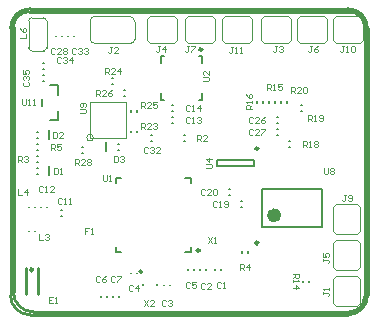
<source format=gto>
G04*
G04 #@! TF.GenerationSoftware,Altium Limited,Altium Designer,21.3.2 (30)*
G04*
G04 Layer_Color=65535*
%FSLAX25Y25*%
%MOIN*%
G70*
G04*
G04 #@! TF.SameCoordinates,A236C9B4-8AE0-4B67-9D85-2998E959901C*
G04*
G04*
G04 #@! TF.FilePolarity,Positive*
G04*
G01*
G75*
%ADD10C,0.01000*%
%ADD11C,0.00400*%
%ADD12C,0.00394*%
%ADD13C,0.00984*%
%ADD14C,0.02362*%
%ADD15C,0.00600*%
%ADD16C,0.00787*%
%ADD17C,0.00300*%
D10*
X7500Y15000D02*
G03*
X7500Y15000I-500J0D01*
G01*
X6000Y101000D02*
G03*
X1000Y96000I0J-5000D01*
G01*
X118000D02*
G03*
X113000Y101000I-5000J0D01*
G01*
Y1000D02*
G03*
X118000Y6000I0J5000D01*
G01*
X1000Y7450D02*
G03*
X7450Y1000I6449J0D01*
G01*
X5000Y7000D02*
Y15500D01*
X9000Y7000D02*
Y15500D01*
X6000Y101000D02*
X113000D01*
X1000Y7450D02*
Y96000D01*
X118000Y11373D02*
Y96000D01*
Y6000D02*
Y11373D01*
X7450Y1000D02*
X113000D01*
X6449Y102000D02*
G03*
X0Y95551I0J-6449D01*
G01*
X119000D02*
G03*
X112550Y102000I-6449J0D01*
G01*
Y0D02*
G03*
X119000Y6449I0J6449D01*
G01*
X0D02*
G03*
X6449Y0I6449J0D01*
G01*
X112550D01*
X119000Y6449D02*
Y95551D01*
X6449Y102000D02*
X112550D01*
X0Y6449D02*
Y95551D01*
D11*
X27661Y59016D02*
G03*
X27661Y59016I-1118J0D01*
G01*
X26543D02*
X38543D01*
X26543Y71016D02*
X38543D01*
X26543Y59016D02*
Y71016D01*
X38543Y59016D02*
Y71016D01*
D12*
X26500Y92000D02*
G03*
X28000Y90500I1500J0D01*
G01*
X28207Y99500D02*
G03*
X26500Y97793I0J-1707D01*
G01*
X40000Y90500D02*
G03*
X41500Y92000I0J1500D01*
G01*
Y97500D02*
G03*
X39500Y99500I-2000J0D01*
G01*
X11000Y88000D02*
G03*
X12000Y89000I0J1000D01*
G01*
X6000D02*
G03*
X7000Y88000I1000J0D01*
G01*
Y99000D02*
G03*
X6000Y98000I0J-1000D01*
G01*
X12000D02*
G03*
X11000Y99000I-1000J0D01*
G01*
X108500Y3000D02*
X115500D01*
X107500Y4000D02*
X108500Y3000D01*
X107500Y4000D02*
Y12000D01*
X108500Y13000D01*
X115500D01*
X116500Y12000D01*
Y4000D02*
Y12000D01*
X115500Y3000D02*
X116500Y4000D01*
X108500Y37000D02*
X115500D01*
X116500Y36000D01*
Y28000D02*
Y36000D01*
X115500Y27000D02*
X116500Y28000D01*
X108500Y27000D02*
X115500D01*
X107500Y28000D02*
X108500Y27000D01*
X107500Y28000D02*
Y36000D01*
X108500Y37000D01*
X107500Y91500D02*
Y98500D01*
X108500Y99500D01*
X116500D01*
X117500Y98500D01*
Y91500D02*
Y98500D01*
X116500Y90500D02*
X117500Y91500D01*
X108500Y90500D02*
X116500D01*
X107500Y91500D02*
X108500Y90500D01*
X95500Y91500D02*
Y98500D01*
X96500Y99500D01*
X104500D01*
X105500Y98500D01*
Y91500D02*
Y98500D01*
X104500Y90500D02*
X105500Y91500D01*
X96500Y90500D02*
X104500D01*
X95500Y91500D02*
X96500Y90500D01*
X93500Y91500D02*
Y98500D01*
X92500Y90500D02*
X93500Y91500D01*
X84500Y90500D02*
X92500D01*
X83500Y91500D02*
X84500Y90500D01*
X83500Y91500D02*
Y98500D01*
X84500Y99500D01*
X92500D01*
X93500Y98500D01*
X70500Y91500D02*
Y98500D01*
X71500Y99500D01*
X79500D01*
X80500Y98500D01*
Y91500D02*
Y98500D01*
X79500Y90500D02*
X80500Y91500D01*
X71500Y90500D02*
X79500D01*
X70500Y91500D02*
X71500Y90500D01*
X58000Y91500D02*
Y98500D01*
X59000Y99500D01*
X67000D01*
X68000Y98500D01*
Y91500D02*
Y98500D01*
X67000Y90500D02*
X68000Y91500D01*
X59000Y90500D02*
X67000D01*
X58000Y91500D02*
X59000Y90500D01*
X28207Y99500D02*
X39500D01*
X26500Y93500D02*
Y96500D01*
X28000Y90500D02*
X40000D01*
X26500Y92000D02*
Y93500D01*
Y96500D02*
Y97793D01*
X41500Y92000D02*
Y97500D01*
X7000Y88000D02*
X11000D01*
X6000Y89000D02*
Y98000D01*
X7000Y99000D02*
X11000D01*
X12000Y97500D02*
Y98000D01*
Y89000D02*
Y97500D01*
X108500Y25000D02*
X115500D01*
X116500Y24000D01*
Y16000D02*
Y24000D01*
X115500Y15000D02*
X116500Y16000D01*
X108500Y15000D02*
X115500D01*
X107500Y16000D02*
X108500Y15000D01*
X107500Y16000D02*
Y24000D01*
X108500Y25000D01*
X54500Y99500D02*
X55500Y98500D01*
X46500Y99500D02*
X54500D01*
X45500Y98500D02*
X46500Y99500D01*
X45500Y91500D02*
Y98500D01*
Y91500D02*
X46500Y90500D01*
X54500D01*
X55500Y91500D01*
Y98500D01*
D13*
X63890Y88449D02*
G03*
X63890Y88449I-492J0D01*
G01*
X63067Y21402D02*
G03*
X63067Y21402I-492J0D01*
G01*
X82579Y55449D02*
G03*
X82579Y55449I-492J0D01*
G01*
X82638Y24000D02*
G03*
X82638Y24000I-492J0D01*
G01*
D14*
X89035Y33154D02*
G03*
X89035Y33154I-1181J0D01*
G01*
D15*
X43982Y14362D02*
G03*
X43982Y14362I-557J0D01*
G01*
X33781Y79000D02*
X34282D01*
X33781Y77000D02*
X34282D01*
X37718Y73000D02*
X38219D01*
X37718Y75000D02*
X38219D01*
X42000Y67718D02*
Y68218D01*
X40000Y67718D02*
Y68218D01*
X42000Y60782D02*
Y61282D01*
X40000Y60782D02*
Y61282D01*
X35713Y56984D02*
X36028D01*
X35713Y55016D02*
X36028D01*
X31933Y54425D02*
Y57575D01*
X21000Y92890D02*
Y93047D01*
X19000Y92890D02*
Y93047D01*
X17000Y92890D02*
Y93047D01*
X15000Y92890D02*
Y93047D01*
X23781Y56000D02*
X24282D01*
X23781Y54000D02*
X24282D01*
X8719Y53000D02*
X9218D01*
X8719Y51000D02*
X9218D01*
X46890Y58000D02*
X47047D01*
X46890Y60000D02*
X47047D01*
X10890Y82000D02*
X11047D01*
X10890Y84000D02*
X11047D01*
X72921Y42000D02*
X73079D01*
X72921Y40000D02*
X73079D01*
X76921Y36000D02*
X77079D01*
X76921Y38000D02*
X77079D01*
X88953Y62000D02*
X89110D01*
X88953Y60000D02*
X89110D01*
X88953Y66000D02*
X89110D01*
X88953Y64000D02*
X89110D01*
X10890Y80000D02*
X11047D01*
X10890Y78000D02*
X11047D01*
X53953Y64000D02*
X54110D01*
X53953Y66000D02*
X54110D01*
X53953Y68000D02*
X54110D01*
X53953Y70000D02*
X54110D01*
X79000Y20750D02*
Y21250D01*
X77000Y20750D02*
Y21250D01*
X57718Y58000D02*
X58218D01*
X57718Y60000D02*
X58218D01*
X84000Y70718D02*
Y71219D01*
X82000Y70718D02*
Y71219D01*
X88000Y70718D02*
Y71219D01*
X86000Y70718D02*
Y71219D01*
X92000Y70718D02*
Y71219D01*
X90000Y70718D02*
Y71219D01*
X92782Y56000D02*
X93282D01*
X92782Y58000D02*
X93282D01*
X96719Y68000D02*
X97219D01*
X96719Y70000D02*
X97219D01*
X99500Y10781D02*
Y11282D01*
X97500Y10781D02*
Y11282D01*
X12807Y46425D02*
Y49575D01*
X8713Y48984D02*
X9028D01*
X8713Y47016D02*
X9028D01*
X8782Y55000D02*
X9281D01*
X8782Y57000D02*
X9281D01*
X12807Y58425D02*
Y61575D01*
X8713Y60984D02*
X9028D01*
X8713Y59016D02*
X9028D01*
X30000Y5953D02*
Y6110D01*
X32000Y5953D02*
Y6110D01*
X59000Y14953D02*
Y15110D01*
X61000Y14953D02*
Y15110D01*
X70000Y14953D02*
Y15110D01*
X68000Y14953D02*
Y15110D01*
X65000Y14953D02*
Y15110D01*
X63000Y14953D02*
Y15110D01*
X34000Y5953D02*
Y6110D01*
X36000Y5953D02*
Y6110D01*
X53000Y9890D02*
Y10047D01*
X51000Y9890D02*
Y10047D01*
X48937Y9835D02*
Y10228D01*
X44213Y9835D02*
Y10228D01*
X42000Y13890D02*
Y14047D01*
X40000Y13890D02*
Y14047D01*
X8000Y27890D02*
Y28047D01*
X6000Y27890D02*
Y28047D01*
X8000Y35890D02*
Y36047D01*
X6000Y35890D02*
Y36047D01*
X16890Y35000D02*
X17047D01*
X16890Y33000D02*
X17047D01*
X12000Y35890D02*
Y36047D01*
X10000Y35890D02*
Y36047D01*
D16*
X62906Y86283D02*
X63693D01*
Y84020D02*
Y86283D01*
Y71716D02*
Y73980D01*
X62906Y71716D02*
X63693D01*
X50307D02*
Y73980D01*
Y71716D02*
X51095D01*
X50307Y84020D02*
Y86283D01*
X51095D01*
X13035Y76724D02*
X15890D01*
Y64756D02*
Y68083D01*
Y73398D02*
Y76724D01*
X13035Y64756D02*
X15890D01*
X10378Y69657D02*
Y71823D01*
X58244Y45614D02*
X60016D01*
Y43843D02*
Y45614D01*
X58244Y20811D02*
X60016D01*
Y22583D01*
X35213Y45614D02*
X36984D01*
X35213Y43843D02*
Y45614D01*
Y20811D02*
Y22583D01*
Y20811D02*
X36984D01*
X68898Y49740D02*
X81102D01*
X68898Y51709D02*
X81102D01*
X68898Y49740D02*
Y51709D01*
X81102Y49740D02*
Y51709D01*
X83917Y29217D02*
X103996D01*
X83917Y41815D02*
X103996D01*
X83917Y29217D02*
Y41815D01*
X103996Y29217D02*
Y41815D01*
D17*
X2334Y51000D02*
Y53000D01*
X3334D01*
X3667Y52666D01*
Y52000D01*
X3334Y51667D01*
X2334D01*
X3000D02*
X3667Y51000D01*
X4333Y52666D02*
X4667Y53000D01*
X5333D01*
X5666Y52666D01*
Y52333D01*
X5333Y52000D01*
X5000D01*
X5333D01*
X5666Y51667D01*
Y51334D01*
X5333Y51000D01*
X4667D01*
X4333Y51334D01*
X26000Y29000D02*
X24667D01*
Y28000D01*
X25333D01*
X24667D01*
Y27000D01*
X26666D02*
X27333D01*
X27000D01*
Y29000D01*
X26666Y28666D01*
X3000Y92334D02*
X5000D01*
Y93667D01*
X3000Y95666D02*
X3334Y95000D01*
X4000Y94333D01*
X4666D01*
X5000Y94666D01*
Y95333D01*
X4666Y95666D01*
X4333D01*
X4000Y95333D01*
Y94333D01*
X16667Y85667D02*
X16334Y86000D01*
X15667D01*
X15334Y85667D01*
Y84334D01*
X15667Y84000D01*
X16334D01*
X16667Y84334D01*
X17334Y85667D02*
X17667Y86000D01*
X18333D01*
X18666Y85667D01*
Y85333D01*
X18333Y85000D01*
X18000D01*
X18333D01*
X18666Y84667D01*
Y84334D01*
X18333Y84000D01*
X17667D01*
X17334Y84334D01*
X20333Y84000D02*
Y86000D01*
X19333Y85000D01*
X20666D01*
X34334Y53000D02*
Y51000D01*
X35334D01*
X35667Y51334D01*
Y52666D01*
X35334Y53000D01*
X34334D01*
X36333Y52666D02*
X36667Y53000D01*
X37333D01*
X37666Y52666D01*
Y52333D01*
X37333Y52000D01*
X37000D01*
X37333D01*
X37666Y51667D01*
Y51334D01*
X37333Y51000D01*
X36667D01*
X36333Y51334D01*
X33667Y89400D02*
X33000D01*
X33334D01*
Y87734D01*
X33000Y87400D01*
X32667D01*
X32334Y87734D01*
X35666Y87400D02*
X34333D01*
X35666Y88733D01*
Y89066D01*
X35333Y89400D01*
X34666D01*
X34333Y89066D01*
X3834Y72000D02*
Y70334D01*
X4167Y70000D01*
X4834D01*
X5167Y70334D01*
Y72000D01*
X5833Y70000D02*
X6500D01*
X6167D01*
Y72000D01*
X5833Y71667D01*
X7500Y70000D02*
X8166D01*
X7833D01*
Y72000D01*
X7500Y71667D01*
X21397Y50000D02*
Y52000D01*
X22397D01*
X22730Y51666D01*
Y51000D01*
X22397Y50667D01*
X21397D01*
X22064D02*
X22730Y50000D01*
X24729D02*
X23396D01*
X24729Y51333D01*
Y51666D01*
X24396Y52000D01*
X23730D01*
X23396Y51666D01*
X25396D02*
X25729Y52000D01*
X26396D01*
X26729Y51666D01*
Y51333D01*
X26396Y51000D01*
X26729Y50667D01*
Y50334D01*
X26396Y50000D01*
X25729D01*
X25396Y50334D01*
Y50667D01*
X25729Y51000D01*
X25396Y51333D01*
Y51666D01*
X25729Y51000D02*
X26396D01*
X28334Y73000D02*
Y75000D01*
X29334D01*
X29667Y74667D01*
Y74000D01*
X29334Y73667D01*
X28334D01*
X29001D02*
X29667Y73000D01*
X31666D02*
X30334D01*
X31666Y74333D01*
Y74667D01*
X31333Y75000D01*
X30667D01*
X30334Y74667D01*
X33666Y75000D02*
X32999Y74667D01*
X32333Y74000D01*
Y73334D01*
X32666Y73000D01*
X33333D01*
X33666Y73334D01*
Y73667D01*
X33333Y74000D01*
X32333D01*
X43334Y69000D02*
Y71000D01*
X44334D01*
X44667Y70666D01*
Y70000D01*
X44334Y69667D01*
X43334D01*
X44001D02*
X44667Y69000D01*
X46666D02*
X45334D01*
X46666Y70333D01*
Y70666D01*
X46333Y71000D01*
X45667D01*
X45334Y70666D01*
X48666Y71000D02*
X47333D01*
Y70000D01*
X47999Y70333D01*
X48333D01*
X48666Y70000D01*
Y69334D01*
X48333Y69000D01*
X47666D01*
X47333Y69334D01*
X31334Y80300D02*
Y82300D01*
X32334D01*
X32667Y81967D01*
Y81300D01*
X32334Y80967D01*
X31334D01*
X32001D02*
X32667Y80300D01*
X34666D02*
X33334D01*
X34666Y81633D01*
Y81967D01*
X34333Y82300D01*
X33667D01*
X33334Y81967D01*
X36333Y80300D02*
Y82300D01*
X35333Y81300D01*
X36666D01*
X43334Y62000D02*
Y64000D01*
X44334D01*
X44667Y63666D01*
Y63000D01*
X44334Y62667D01*
X43334D01*
X44001D02*
X44667Y62000D01*
X46666D02*
X45334D01*
X46666Y63333D01*
Y63666D01*
X46333Y64000D01*
X45667D01*
X45334Y63666D01*
X47333D02*
X47666Y64000D01*
X48333D01*
X48666Y63666D01*
Y63333D01*
X48333Y63000D01*
X47999D01*
X48333D01*
X48666Y62667D01*
Y62334D01*
X48333Y62000D01*
X47666D01*
X47333Y62334D01*
X74067Y89400D02*
X73400D01*
X73734D01*
Y87734D01*
X73400Y87400D01*
X73067D01*
X72734Y87734D01*
X74733Y87400D02*
X75400D01*
X75067D01*
Y89400D01*
X74733Y89066D01*
X76399Y87400D02*
X77066D01*
X76733D01*
Y89400D01*
X76399Y89066D01*
X111134Y89500D02*
X110467D01*
X110801D01*
Y87834D01*
X110467Y87500D01*
X110134D01*
X109801Y87834D01*
X111800Y87500D02*
X112467D01*
X112133D01*
Y89500D01*
X111800Y89166D01*
X113466D02*
X113800Y89500D01*
X114466D01*
X114799Y89166D01*
Y87834D01*
X114466Y87500D01*
X113800D01*
X113466Y87834D01*
Y89166D01*
X111667Y40000D02*
X111000D01*
X111334D01*
Y38334D01*
X111000Y38000D01*
X110667D01*
X110334Y38334D01*
X112333D02*
X112666Y38000D01*
X113333D01*
X113666Y38334D01*
Y39667D01*
X113333Y40000D01*
X112666D01*
X112333Y39667D01*
Y39333D01*
X112666Y39000D01*
X113666D01*
X59567Y89500D02*
X58900D01*
X59234D01*
Y87834D01*
X58900Y87500D01*
X58567D01*
X58234Y87834D01*
X60233Y89500D02*
X61566D01*
Y89166D01*
X60233Y87834D01*
Y87500D01*
X100467Y89500D02*
X99800D01*
X100134D01*
Y87834D01*
X99800Y87500D01*
X99467D01*
X99134Y87834D01*
X102466Y89500D02*
X101800Y89166D01*
X101133Y88500D01*
Y87834D01*
X101467Y87500D01*
X102133D01*
X102466Y87834D01*
Y88167D01*
X102133Y88500D01*
X101133D01*
X104000Y18667D02*
Y18000D01*
Y18334D01*
X105666D01*
X106000Y18000D01*
Y17667D01*
X105666Y17334D01*
X104000Y20666D02*
Y19333D01*
X105000D01*
X104667Y20000D01*
Y20333D01*
X105000Y20666D01*
X105666D01*
X106000Y20333D01*
Y19667D01*
X105666Y19333D01*
X88667Y89500D02*
X88000D01*
X88334D01*
Y87834D01*
X88000Y87500D01*
X87667D01*
X87334Y87834D01*
X89333Y89166D02*
X89666Y89500D01*
X90333D01*
X90666Y89166D01*
Y88833D01*
X90333Y88500D01*
X90000D01*
X90333D01*
X90666Y88167D01*
Y87834D01*
X90333Y87500D01*
X89666D01*
X89333Y87834D01*
X21667Y88666D02*
X21334Y89000D01*
X20667D01*
X20334Y88666D01*
Y87334D01*
X20667Y87000D01*
X21334D01*
X21667Y87334D01*
X22333Y88666D02*
X22667Y89000D01*
X23333D01*
X23666Y88666D01*
Y88333D01*
X23333Y88000D01*
X23000D01*
X23333D01*
X23666Y87667D01*
Y87334D01*
X23333Y87000D01*
X22667D01*
X22333Y87334D01*
X24333Y88666D02*
X24666Y89000D01*
X25333D01*
X25666Y88666D01*
Y88333D01*
X25333Y88000D01*
X24999D01*
X25333D01*
X25666Y87667D01*
Y87334D01*
X25333Y87000D01*
X24666D01*
X24333Y87334D01*
X14667Y88666D02*
X14334Y89000D01*
X13667D01*
X13334Y88666D01*
Y87334D01*
X13667Y87000D01*
X14334D01*
X14667Y87334D01*
X16667Y87000D02*
X15334D01*
X16667Y88333D01*
Y88666D01*
X16333Y89000D01*
X15667D01*
X15334Y88666D01*
X17333D02*
X17666Y89000D01*
X18333D01*
X18666Y88666D01*
Y88333D01*
X18333Y88000D01*
X18666Y87667D01*
Y87334D01*
X18333Y87000D01*
X17666D01*
X17333Y87334D01*
Y87667D01*
X17666Y88000D01*
X17333Y88333D01*
Y88666D01*
X17666Y88000D02*
X18333D01*
X49667Y89500D02*
X49000D01*
X49334D01*
Y87834D01*
X49000Y87500D01*
X48667D01*
X48334Y87834D01*
X51333Y87500D02*
Y89500D01*
X50333Y88500D01*
X51666D01*
X93334Y74000D02*
Y76000D01*
X94334D01*
X94667Y75666D01*
Y75000D01*
X94334Y74667D01*
X93334D01*
X94001D02*
X94667Y74000D01*
X96666D02*
X95334D01*
X96666Y75333D01*
Y75666D01*
X96333Y76000D01*
X95667D01*
X95334Y75666D01*
X97333D02*
X97666Y76000D01*
X98333D01*
X98666Y75666D01*
Y74334D01*
X98333Y74000D01*
X97666D01*
X97333Y74334D01*
Y75666D01*
X99001Y64700D02*
Y66700D01*
X100001D01*
X100334Y66366D01*
Y65700D01*
X100001Y65367D01*
X99001D01*
X99667D02*
X100334Y64700D01*
X101000D02*
X101667D01*
X101333D01*
Y66700D01*
X101000Y66366D01*
X102666Y65034D02*
X102999Y64700D01*
X103666D01*
X103999Y65034D01*
Y66366D01*
X103666Y66700D01*
X102999D01*
X102666Y66366D01*
Y66033D01*
X102999Y65700D01*
X103999D01*
X97501Y56000D02*
Y58000D01*
X98501D01*
X98834Y57666D01*
Y57000D01*
X98501Y56667D01*
X97501D01*
X98167D02*
X98834Y56000D01*
X99500D02*
X100167D01*
X99833D01*
Y58000D01*
X99500Y57666D01*
X101166D02*
X101499Y58000D01*
X102166D01*
X102499Y57666D01*
Y57333D01*
X102166Y57000D01*
X102499Y56667D01*
Y56334D01*
X102166Y56000D01*
X101499D01*
X101166Y56334D01*
Y56667D01*
X101499Y57000D01*
X101166Y57333D01*
Y57666D01*
X101499Y57000D02*
X102166D01*
X80400Y68501D02*
X78400D01*
Y69500D01*
X78733Y69834D01*
X79400D01*
X79733Y69500D01*
Y68501D01*
Y69167D02*
X80400Y69834D01*
Y70500D02*
Y71167D01*
Y70833D01*
X78400D01*
X78733Y70500D01*
X78400Y73499D02*
X78733Y72833D01*
X79400Y72166D01*
X80066D01*
X80400Y72500D01*
Y73166D01*
X80066Y73499D01*
X79733D01*
X79400Y73166D01*
Y72166D01*
X23000Y67334D02*
X24666D01*
X25000Y67667D01*
Y68334D01*
X24666Y68667D01*
X23000D01*
X24666Y69333D02*
X25000Y69666D01*
Y70333D01*
X24666Y70666D01*
X23334D01*
X23000Y70333D01*
Y69666D01*
X23334Y69333D01*
X23667D01*
X24000Y69666D01*
Y70666D01*
X76334Y15000D02*
Y17000D01*
X77334D01*
X77667Y16667D01*
Y16000D01*
X77334Y15667D01*
X76334D01*
X77000D02*
X77667Y15000D01*
X79333D02*
Y17000D01*
X78333Y16000D01*
X79666D01*
X62271Y58000D02*
Y60000D01*
X63271D01*
X63604Y59667D01*
Y59000D01*
X63271Y58667D01*
X62271D01*
X62937D02*
X63604Y58000D01*
X65603D02*
X64270D01*
X65603Y59333D01*
Y59667D01*
X65270Y60000D01*
X64604D01*
X64270Y59667D01*
X4333Y77667D02*
X4000Y77334D01*
Y76667D01*
X4333Y76334D01*
X5666D01*
X6000Y76667D01*
Y77334D01*
X5666Y77667D01*
X4333Y78334D02*
X4000Y78667D01*
Y79333D01*
X4333Y79666D01*
X4667D01*
X5000Y79333D01*
Y79000D01*
Y79333D01*
X5333Y79666D01*
X5666D01*
X6000Y79333D01*
Y78667D01*
X5666Y78334D01*
X4000Y81666D02*
Y80333D01*
X5000D01*
X4667Y80999D01*
Y81333D01*
X5000Y81666D01*
X5666D01*
X6000Y81333D01*
Y80666D01*
X5666Y80333D01*
X59834Y69666D02*
X59500Y70000D01*
X58834D01*
X58501Y69666D01*
Y68334D01*
X58834Y68000D01*
X59500D01*
X59834Y68334D01*
X60500Y68000D02*
X61167D01*
X60833D01*
Y70000D01*
X60500Y69666D01*
X63166Y68000D02*
Y70000D01*
X62166Y69000D01*
X63499D01*
X45667Y55667D02*
X45334Y56000D01*
X44667D01*
X44334Y55667D01*
Y54334D01*
X44667Y54000D01*
X45334D01*
X45667Y54334D01*
X46334Y55667D02*
X46667Y56000D01*
X47333D01*
X47666Y55667D01*
Y55333D01*
X47333Y55000D01*
X47000D01*
X47333D01*
X47666Y54667D01*
Y54334D01*
X47333Y54000D01*
X46667D01*
X46334Y54334D01*
X49666Y54000D02*
X48333D01*
X49666Y55333D01*
Y55667D01*
X49333Y56000D01*
X48666D01*
X48333Y55667D01*
X59834Y65667D02*
X59500Y66000D01*
X58834D01*
X58501Y65667D01*
Y64334D01*
X58834Y64000D01*
X59500D01*
X59834Y64334D01*
X60500Y64000D02*
X61167D01*
X60833D01*
Y66000D01*
X60500Y65667D01*
X62166D02*
X62499Y66000D01*
X63166D01*
X63499Y65667D01*
Y65333D01*
X63166Y65000D01*
X62833D01*
X63166D01*
X63499Y64667D01*
Y64334D01*
X63166Y64000D01*
X62499D01*
X62166Y64334D01*
X85501Y75000D02*
Y77000D01*
X86501D01*
X86834Y76666D01*
Y76000D01*
X86501Y75667D01*
X85501D01*
X86167D02*
X86834Y75000D01*
X87500D02*
X88167D01*
X87833D01*
Y77000D01*
X87500Y76666D01*
X90499Y77000D02*
X89166D01*
Y76000D01*
X89833Y76333D01*
X90166D01*
X90499Y76000D01*
Y75334D01*
X90166Y75000D01*
X89499D01*
X89166Y75334D01*
X65000Y49058D02*
X66666D01*
X67000Y49391D01*
Y50058D01*
X66666Y50391D01*
X65000D01*
X67000Y52057D02*
X65000D01*
X66000Y51058D01*
Y52390D01*
X104334Y49000D02*
Y47334D01*
X104667Y47000D01*
X105334D01*
X105667Y47334D01*
Y49000D01*
X106333Y48667D02*
X106667Y49000D01*
X107333D01*
X107666Y48667D01*
Y48333D01*
X107333Y48000D01*
X107666Y47667D01*
Y47334D01*
X107333Y47000D01*
X106667D01*
X106333Y47334D01*
Y47667D01*
X106667Y48000D01*
X106333Y48333D01*
Y48667D01*
X106667Y48000D02*
X107333D01*
X80667Y61667D02*
X80334Y62000D01*
X79667D01*
X79334Y61667D01*
Y60334D01*
X79667Y60000D01*
X80334D01*
X80667Y60334D01*
X82666Y60000D02*
X81334D01*
X82666Y61333D01*
Y61667D01*
X82333Y62000D01*
X81667D01*
X81334Y61667D01*
X83333Y62000D02*
X84666D01*
Y61667D01*
X83333Y60334D01*
Y60000D01*
X80699Y65667D02*
X80365Y66000D01*
X79699D01*
X79366Y65667D01*
Y64334D01*
X79699Y64000D01*
X80365D01*
X80699Y64334D01*
X82698Y64000D02*
X81365D01*
X82698Y65333D01*
Y65667D01*
X82365Y66000D01*
X81698D01*
X81365Y65667D01*
X84697Y66000D02*
X84031Y65667D01*
X83364Y65000D01*
Y64334D01*
X83698Y64000D01*
X84364D01*
X84697Y64334D01*
Y64667D01*
X84364Y65000D01*
X83364D01*
X64667Y41666D02*
X64334Y42000D01*
X63667D01*
X63334Y41666D01*
Y40334D01*
X63667Y40000D01*
X64334D01*
X64667Y40334D01*
X66666Y40000D02*
X65334D01*
X66666Y41333D01*
Y41666D01*
X66333Y42000D01*
X65667D01*
X65334Y41666D01*
X67333D02*
X67666Y42000D01*
X68333D01*
X68666Y41666D01*
Y40334D01*
X68333Y40000D01*
X67666D01*
X67333Y40334D01*
Y41666D01*
X68865Y37666D02*
X68532Y38000D01*
X67866D01*
X67532Y37666D01*
Y36334D01*
X67866Y36000D01*
X68532D01*
X68865Y36334D01*
X69532Y36000D02*
X70198D01*
X69865D01*
Y38000D01*
X69532Y37666D01*
X71198Y36334D02*
X71531Y36000D01*
X72198D01*
X72531Y36334D01*
Y37666D01*
X72198Y38000D01*
X71531D01*
X71198Y37666D01*
Y37333D01*
X71531Y37000D01*
X72531D01*
X13334Y55000D02*
Y57000D01*
X14334D01*
X14667Y56666D01*
Y56000D01*
X14334Y55667D01*
X13334D01*
X14000D02*
X14667Y55000D01*
X16666Y57000D02*
X15333D01*
Y56000D01*
X16000Y56333D01*
X16333D01*
X16666Y56000D01*
Y55334D01*
X16333Y55000D01*
X15666D01*
X15333Y55334D01*
X14106Y61000D02*
Y59000D01*
X15105D01*
X15438Y59334D01*
Y60667D01*
X15105Y61000D01*
X14106D01*
X17438Y59000D02*
X16105D01*
X17438Y60333D01*
Y60667D01*
X17105Y61000D01*
X16438D01*
X16105Y60667D01*
X14407Y49000D02*
Y47000D01*
X15407D01*
X15740Y47334D01*
Y48667D01*
X15407Y49000D01*
X14407D01*
X16407Y47000D02*
X17073D01*
X16740D01*
Y49000D01*
X16407Y48667D01*
X65667Y26000D02*
X67000Y24000D01*
Y26000D02*
X65667Y24000D01*
X67666D02*
X68333D01*
X68000D01*
Y26000D01*
X67666Y25666D01*
X44334Y5000D02*
X45667Y3000D01*
Y5000D02*
X44334Y3000D01*
X47666D02*
X46333D01*
X47666Y4333D01*
Y4667D01*
X47333Y5000D01*
X46666D01*
X46333Y4667D01*
X64000Y77846D02*
X65666D01*
X66000Y78179D01*
Y78845D01*
X65666Y79179D01*
X64000D01*
X66000Y81178D02*
Y79845D01*
X64667Y81178D01*
X64333D01*
X64000Y80845D01*
Y80178D01*
X64333Y79845D01*
X30667Y46701D02*
Y45034D01*
X31000Y44701D01*
X31667D01*
X32000Y45034D01*
Y46701D01*
X32666Y44701D02*
X33333D01*
X33000D01*
Y46701D01*
X32666Y46367D01*
X94000Y13499D02*
X96000D01*
Y12500D01*
X95666Y12166D01*
X95000D01*
X94667Y12500D01*
Y13499D01*
Y12833D02*
X94000Y12166D01*
Y11500D02*
Y10833D01*
Y11167D01*
X96000D01*
X95666Y11500D01*
X94000Y8834D02*
X96000D01*
X95000Y9834D01*
Y8501D01*
X2334Y42000D02*
Y40000D01*
X3667D01*
X5333D02*
Y42000D01*
X4333Y41000D01*
X5666D01*
X9334Y27000D02*
Y25000D01*
X10667D01*
X11333Y26667D02*
X11666Y27000D01*
X12333D01*
X12666Y26667D01*
Y26333D01*
X12333Y26000D01*
X12000D01*
X12333D01*
X12666Y25667D01*
Y25334D01*
X12333Y25000D01*
X11666D01*
X11333Y25334D01*
X104000Y7500D02*
Y6833D01*
Y7167D01*
X105666D01*
X106000Y6833D01*
Y6500D01*
X105666Y6167D01*
X106000Y8167D02*
Y8833D01*
Y8500D01*
X104000D01*
X104333Y8167D01*
X14000Y6000D02*
X12667D01*
Y4000D01*
X14000D01*
X12667Y5000D02*
X13333D01*
X14667Y4000D02*
X15333D01*
X15000D01*
Y6000D01*
X14667Y5666D01*
X10834Y42667D02*
X10501Y43000D01*
X9834D01*
X9501Y42667D01*
Y41334D01*
X9834Y41000D01*
X10501D01*
X10834Y41334D01*
X11500Y41000D02*
X12167D01*
X11833D01*
Y43000D01*
X11500Y42667D01*
X14499Y41000D02*
X13166D01*
X14499Y42333D01*
Y42667D01*
X14166Y43000D01*
X13499D01*
X13166Y42667D01*
X17167Y38666D02*
X16834Y39000D01*
X16167D01*
X15834Y38666D01*
Y37334D01*
X16167Y37000D01*
X16834D01*
X17167Y37334D01*
X17833Y37000D02*
X18500D01*
X18167D01*
Y39000D01*
X17833Y38666D01*
X19500Y37000D02*
X20166D01*
X19833D01*
Y39000D01*
X19500Y38666D01*
X34667Y12666D02*
X34334Y13000D01*
X33667D01*
X33334Y12666D01*
Y11334D01*
X33667Y11000D01*
X34334D01*
X34667Y11334D01*
X35333Y13000D02*
X36666D01*
Y12666D01*
X35333Y11334D01*
Y11000D01*
X29667Y12666D02*
X29334Y13000D01*
X28667D01*
X28334Y12666D01*
Y11334D01*
X28667Y11000D01*
X29334D01*
X29667Y11334D01*
X31666Y13000D02*
X31000Y12666D01*
X30333Y12000D01*
Y11334D01*
X30667Y11000D01*
X31333D01*
X31666Y11334D01*
Y11667D01*
X31333Y12000D01*
X30333D01*
X59667Y10667D02*
X59334Y11000D01*
X58667D01*
X58334Y10667D01*
Y9334D01*
X58667Y9000D01*
X59334D01*
X59667Y9334D01*
X61666Y11000D02*
X60333D01*
Y10000D01*
X61000Y10333D01*
X61333D01*
X61666Y10000D01*
Y9334D01*
X61333Y9000D01*
X60667D01*
X60333Y9334D01*
X40667Y9667D02*
X40334Y10000D01*
X39667D01*
X39334Y9667D01*
Y8334D01*
X39667Y8000D01*
X40334D01*
X40667Y8334D01*
X42333Y8000D02*
Y10000D01*
X41333Y9000D01*
X42666D01*
X51667Y4667D02*
X51334Y5000D01*
X50667D01*
X50334Y4667D01*
Y3334D01*
X50667Y3000D01*
X51334D01*
X51667Y3334D01*
X52333Y4667D02*
X52666Y5000D01*
X53333D01*
X53666Y4667D01*
Y4333D01*
X53333Y4000D01*
X53000D01*
X53333D01*
X53666Y3667D01*
Y3334D01*
X53333Y3000D01*
X52666D01*
X52333Y3334D01*
X64667Y10281D02*
X64334Y10614D01*
X63667D01*
X63334Y10281D01*
Y8948D01*
X63667Y8614D01*
X64334D01*
X64667Y8948D01*
X66666Y8614D02*
X65333D01*
X66666Y9947D01*
Y10281D01*
X66333Y10614D01*
X65667D01*
X65333Y10281D01*
X70000Y10667D02*
X69667Y11000D01*
X69000D01*
X68667Y10667D01*
Y9334D01*
X69000Y9000D01*
X69667D01*
X70000Y9334D01*
X70666Y9000D02*
X71333D01*
X71000D01*
Y11000D01*
X70666Y10667D01*
M02*

</source>
